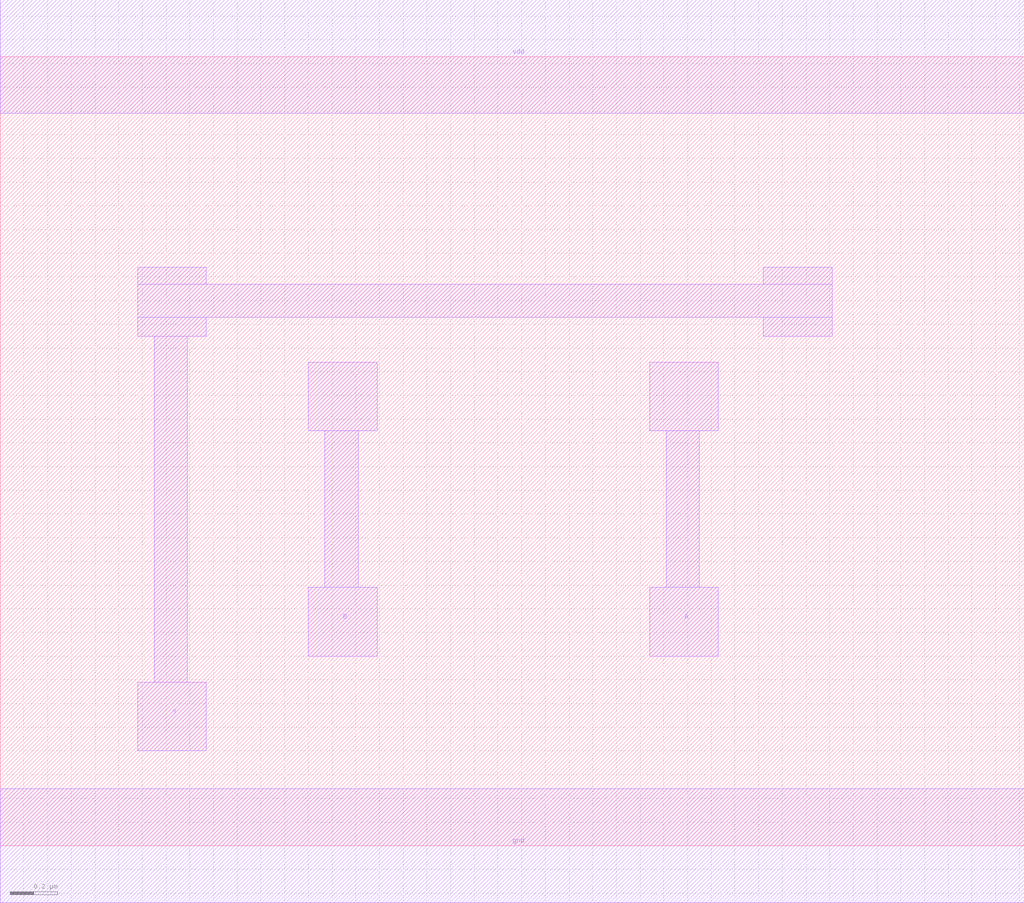
<source format=lef>
VERSION 5.7 ;
  NOWIREEXTENSIONATPIN ON ;
  DIVIDERCHAR "/" ;
  BUSBITCHARS "[]" ;
MACRO NAND2X1
  CLASS CORE ;
  FOREIGN NAND2X1 ;
  ORIGIN 0.000 0.000 ;
  SIZE 4.320 BY 3.330 ;
  SYMMETRY X Y R90 ;
  SITE unit ;
  PIN vdd
    DIRECTION INOUT ;
    USE POWER ;
    SHAPE ABUTMENT ;
    PORT
      LAYER met1 ;
        RECT 0.000 3.090 4.320 3.570 ;
    END
  END vdd
  PIN gnd
    DIRECTION INOUT ;
    USE GROUND ;
    SHAPE ABUTMENT ;
    PORT
      LAYER met1 ;
        RECT 0.000 -0.240 4.320 0.240 ;
    END
  END gnd
  PIN Y
    DIRECTION INOUT ;
    USE SIGNAL ;
    SHAPE ABUTMENT ;
    PORT
      LAYER met1 ;
        RECT 0.580 2.370 0.870 2.440 ;
        RECT 3.220 2.370 3.510 2.440 ;
        RECT 0.580 2.230 3.510 2.370 ;
        RECT 0.580 2.150 0.870 2.230 ;
        RECT 3.220 2.150 3.510 2.230 ;
        RECT 0.650 0.690 0.790 2.150 ;
        RECT 0.580 0.400 0.870 0.690 ;
    END
  END Y
  PIN B
    DIRECTION INOUT ;
    USE SIGNAL ;
    SHAPE ABUTMENT ;
    PORT
      LAYER met1 ;
        RECT 1.300 1.750 1.590 2.040 ;
        RECT 1.370 1.090 1.510 1.750 ;
        RECT 1.300 0.800 1.590 1.090 ;
    END
  END B
  PIN A
    DIRECTION INOUT ;
    USE SIGNAL ;
    SHAPE ABUTMENT ;
    PORT
      LAYER met1 ;
        RECT 2.740 1.750 3.030 2.040 ;
        RECT 2.810 1.090 2.950 1.750 ;
        RECT 2.740 0.800 3.030 1.090 ;
    END
  END A
END NAND2X1
END LIBRARY


</source>
